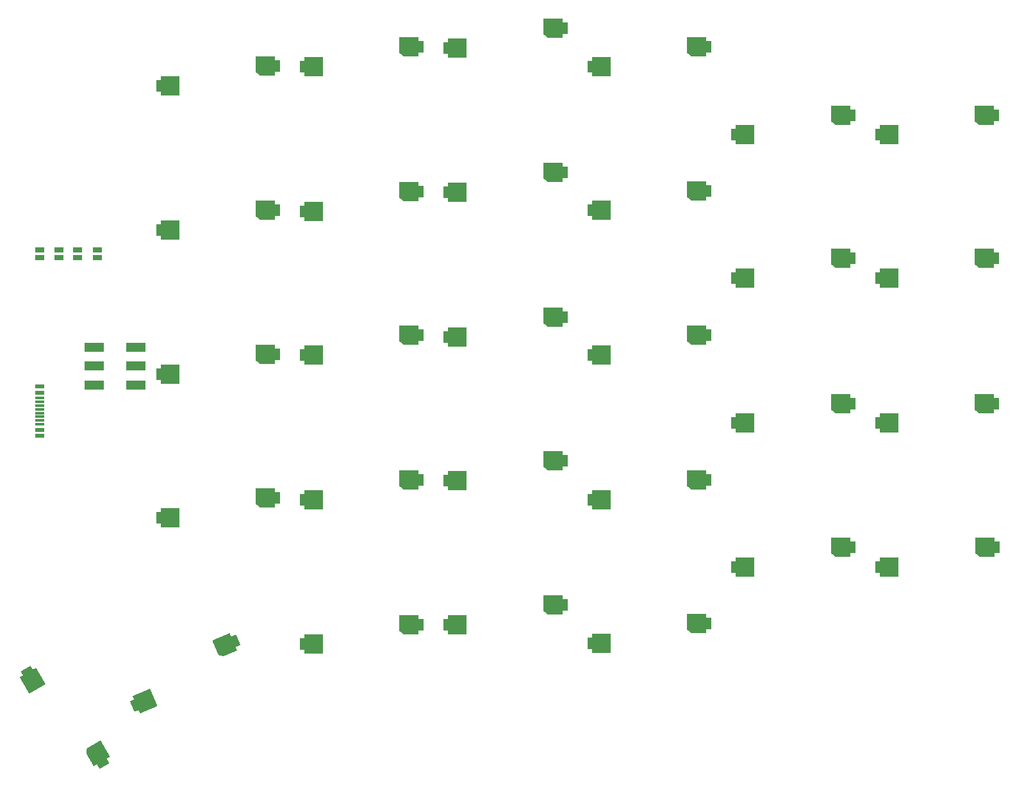
<source format=gbp>
G04 #@! TF.GenerationSoftware,KiCad,Pcbnew,9.0.0*
G04 #@! TF.CreationDate,2025-03-22T23:19:33+08:00*
G04 #@! TF.ProjectId,SofleKeyboard,536f666c-654b-4657-9962-6f6172642e6b,rev?*
G04 #@! TF.SameCoordinates,Original*
G04 #@! TF.FileFunction,Paste,Bot*
G04 #@! TF.FilePolarity,Positive*
%FSLAX46Y46*%
G04 Gerber Fmt 4.6, Leading zero omitted, Abs format (unit mm)*
G04 Created by KiCad (PCBNEW 9.0.0) date 2025-03-22 23:19:33*
%MOMM*%
%LPD*%
G01*
G04 APERTURE LIST*
G04 Aperture macros list*
%AMFreePoly0*
4,1,17,2.735355,1.235355,2.750000,1.200000,2.750000,-1.200000,2.735355,-1.235355,2.700000,-1.250000,0.300000,-1.250000,0.264645,-1.235355,0.250000,-1.200000,0.250000,-0.750000,-0.350000,-0.750000,-0.350000,0.750000,0.250000,0.750000,0.250000,1.200000,0.264645,1.235355,0.300000,1.250000,2.700000,1.250000,2.735355,1.235355,2.735355,1.235355,$1*%
%AMFreePoly1*
4,1,19,-0.364645,1.235355,-0.350000,1.200000,-0.350000,0.750000,0.350000,0.750000,0.350000,-0.750000,-0.350000,-0.750000,-0.350000,-1.200000,-0.364645,-1.235355,-0.400000,-1.250000,-2.300000,-1.250000,-2.331235,-1.239043,-2.831235,-0.839043,-2.849694,-0.805522,-2.850000,-0.800000,-2.850000,1.200000,-2.835355,1.235355,-2.800000,1.250000,-0.400000,1.250000,-0.364645,1.235355,-0.364645,1.235355,
$1*%
G04 Aperture macros list end*
%ADD10FreePoly0,0.000000*%
%ADD11FreePoly1,0.000000*%
%ADD12FreePoly0,300.000000*%
%ADD13FreePoly1,300.000000*%
%ADD14FreePoly0,23.000000*%
%ADD15FreePoly1,23.000000*%
%ADD16R,1.143000X0.635000*%
%ADD17R,2.500000X1.200000*%
%ADD18R,1.300000X0.600000*%
%ADD19R,1.300000X0.300000*%
G04 APERTURE END LIST*
D10*
X112000000Y-47500000D03*
D11*
X127700000Y-44900000D03*
D10*
X112000000Y-66600000D03*
D11*
X127700000Y-64000000D03*
D10*
X112000000Y-85600000D03*
D11*
X127700000Y-83000000D03*
D10*
X112000000Y-104600000D03*
D11*
X127700000Y-102000000D03*
D12*
X94615064Y-124798784D03*
D13*
X104716730Y-137095383D03*
D14*
X108798881Y-129419952D03*
D15*
X122234906Y-120892161D03*
D10*
X131000000Y-121300000D03*
D11*
X146700000Y-118700000D03*
D10*
X150000000Y-118700000D03*
D11*
X165700000Y-116100000D03*
D10*
X131000000Y-83100000D03*
D11*
X146700000Y-80500000D03*
D10*
X131000000Y-102200000D03*
D11*
X146700000Y-99600000D03*
D10*
X131000000Y-64100000D03*
D11*
X146700000Y-61500000D03*
D10*
X131000000Y-45000000D03*
D11*
X146700000Y-42400000D03*
D10*
X150000000Y-80700000D03*
D11*
X165700000Y-78100000D03*
D10*
X150000000Y-42510000D03*
D11*
X165700000Y-39910000D03*
D10*
X150000000Y-61600000D03*
D11*
X165700000Y-59000000D03*
D10*
X150000000Y-99700000D03*
D11*
X165700000Y-97100000D03*
D10*
X169000000Y-102200000D03*
D11*
X184700000Y-99600000D03*
D10*
X169000000Y-64000000D03*
D11*
X184700000Y-61400000D03*
D10*
X169000000Y-121200000D03*
D11*
X184700000Y-118600000D03*
D10*
X169000000Y-83100000D03*
D11*
X184700000Y-80500000D03*
D10*
X169000000Y-45000000D03*
D11*
X184700000Y-42400000D03*
D10*
X188000000Y-54000000D03*
D11*
X203700000Y-51400000D03*
D10*
X188000000Y-111100000D03*
D11*
X203700000Y-108500000D03*
D10*
X207000000Y-92100000D03*
D11*
X222700000Y-89500000D03*
D10*
X207050000Y-111100000D03*
D11*
X222750000Y-108500000D03*
D10*
X207000000Y-54000000D03*
D11*
X222700000Y-51400000D03*
D10*
X207000000Y-72900000D03*
D11*
X222700000Y-70300000D03*
D10*
X188000000Y-92100000D03*
D11*
X203700000Y-89500000D03*
D10*
X188000000Y-72900000D03*
D11*
X203700000Y-70300000D03*
D16*
X101300000Y-70200380D03*
X101300000Y-69199620D03*
X98800000Y-70200380D03*
X98800000Y-69199620D03*
X96300000Y-70200380D03*
X96300000Y-69199620D03*
X103900000Y-70200380D03*
X103900000Y-69199620D03*
D17*
X108980000Y-82052000D03*
X108980000Y-84552000D03*
X108980000Y-87052000D03*
X103480000Y-82052000D03*
X103480000Y-84552000D03*
X103480000Y-87052000D03*
D18*
X96290000Y-93762000D03*
X96290000Y-92962000D03*
D19*
X96290000Y-91762000D03*
X96290000Y-90762000D03*
X96290000Y-90262000D03*
X96290000Y-89262000D03*
D18*
X96290000Y-88062000D03*
X96290000Y-87262000D03*
X96290000Y-87262000D03*
X96290000Y-88062000D03*
D19*
X96290000Y-88762000D03*
X96290000Y-89762000D03*
X96290000Y-91262000D03*
X96290000Y-92262000D03*
D18*
X96290000Y-92962000D03*
X96290000Y-93762000D03*
M02*

</source>
